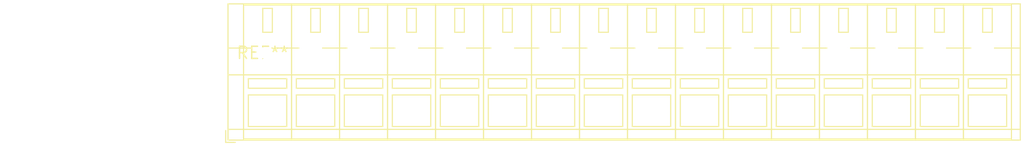
<source format=kicad_pcb>
(kicad_pcb (version 20240108) (generator pcbnew)
  (layers (0 "F.Cu" signal) (31 "B.Cu" signal) (34 "B.Paste" user) (35 "F.Paste" user) (36 "B.SilkS" user "B.Silkscreen") (37 "F.SilkS" user "F.Silkscreen") (38 "B.Mask" user) (39 "F.Mask" user) (44 "Edge.Cuts" user))
  (net 0 "")
  (footprint "TerminalBlock_WAGO_236-116_1x16_P5.00mm_45Degree" (layer "F.Cu") (at 0 0)
    (property "Reference" "REF**")
    (property "Value" "TerminalBlock_WAGO_236-116_1x16_P5.00mm_45Degree")
    (fp_line (start -3.86 8.12) (end -3.86 9.36) (layer "F.SilkS") (stroke (width 0.12)))
    (fp_line (start -3.86 9.36) (end -2.86 9.36) (layer "F.SilkS") (stroke (width 0.12)))
    (fp_line (start -3.62 -5.12) (end -3.62 9.12) (layer "F.SilkS") (stroke (width 0.12)))
    (fp_line (start -3.62 -5.12) (end 78.92 -5.12) (layer "F.SilkS") (stroke (width 0.12)))
    (fp_line (start -3.62 -0.5) (end -1.23 -0.5) (layer "F.SilkS") (stroke (width 0.12)))
    (fp_line (start -3.62 2.3) (end 78.92 2.3) (layer "F.SilkS") (stroke (width 0.12)))
    (fp_line (start -3.62 8) (end 78.92 8) (layer "F.SilkS") (stroke (width 0.12)))
    (fp_line (start -3.62 9.12) (end 78.92 9.12) (layer "F.SilkS") (stroke (width 0.12)))
    (fp_line (start -2 -5) (end -2 9) (layer "F.SilkS") (stroke (width 0.12)))
    (fp_line (start -2 -5) (end 3 -5) (layer "F.SilkS") (stroke (width 0.12)))
    (fp_line (start -2 9) (end 3 9) (layer "F.SilkS") (stroke (width 0.12)))
    (fp_line (start -1.5 2.7) (end -1.5 3.7) (layer "F.SilkS") (stroke (width 0.12)))
    (fp_line (start -1.5 2.7) (end 2.5 2.7) (layer "F.SilkS") (stroke (width 0.12)))
    (fp_line (start -1.5 3.7) (end 2.5 3.7) (layer "F.SilkS") (stroke (width 0.12)))
    (fp_line (start -1.5 4.4) (end -1.5 7.7) (layer "F.SilkS") (stroke (width 0.12)))
    (fp_line (start -1.5 4.4) (end 2.5 4.4) (layer "F.SilkS") (stroke (width 0.12)))
    (fp_line (start -1.5 7.7) (end 2.5 7.7) (layer "F.SilkS") (stroke (width 0.12)))
    (fp_line (start 0 -4.65) (end 0 -2.151) (layer "F.SilkS") (stroke (width 0.12)))
    (fp_line (start 0 -4.65) (end 1 -4.65) (layer "F.SilkS") (stroke (width 0.12)))
    (fp_line (start 0 -2.151) (end 1 -2.151) (layer "F.SilkS") (stroke (width 0.12)))
    (fp_line (start 1 -4.65) (end 1 -2.151) (layer "F.SilkS") (stroke (width 0.12)))
    (fp_line (start 1.23 -0.5) (end 3.77 -0.5) (layer "F.SilkS") (stroke (width 0.12)))
    (fp_line (start 2.5 2.7) (end 2.5 3.7) (layer "F.SilkS") (stroke (width 0.12)))
    (fp_line (start 2.5 4.4) (end 2.5 7.7) (layer "F.SilkS") (stroke (width 0.12)))
    (fp_line (start 3 -5) (end 3 9) (layer "F.SilkS") (stroke (width 0.12)))
    (fp_line (start 3 -5) (end 3 9) (layer "F.SilkS") (stroke (width 0.12)))
    (fp_line (start 3 -5) (end 8 -5) (layer "F.SilkS") (stroke (width 0.12)))
    (fp_line (start 3 9) (end 8 9) (layer "F.SilkS") (stroke (width 0.12)))
    (fp_line (start 3.5 2.7) (end 3.5 3.7) (layer "F.SilkS") (stroke (width 0.12)))
    (fp_line (start 3.5 2.7) (end 7.5 2.7) (layer "F.SilkS") (stroke (width 0.12)))
    (fp_line (start 3.5 3.7) (end 7.5 3.7) (layer "F.SilkS") (stroke (width 0.12)))
    (fp_line (start 3.5 4.4) (end 3.5 7.7) (layer "F.SilkS") (stroke (width 0.12)))
    (fp_line (start 3.5 4.4) (end 7.5 4.4) (layer "F.SilkS") (stroke (width 0.12)))
    (fp_line (start 3.5 7.7) (end 7.5 7.7) (layer "F.SilkS") (stroke (width 0.12)))
    (fp_line (start 5 -4.65) (end 5 -2.151) (layer "F.SilkS") (stroke (width 0.12)))
    (fp_line (start 5 -4.65) (end 6 -4.65) (layer "F.SilkS") (stroke (width 0.12)))
    (fp_line (start 5 -2.151) (end 6 -2.151) (layer "F.SilkS") (stroke (width 0.12)))
    (fp_line (start 6 -4.65) (end 6 -2.151) (layer "F.SilkS") (stroke (width 0.12)))
    (fp_line (start 6.23 -0.5) (end 8.77 -0.5) (layer "F.SilkS") (stroke (width 0.12)))
    (fp_line (start 7.5 2.7) (end 7.5 3.7) (layer "F.SilkS") (stroke (width 0.12)))
    (fp_line (start 7.5 4.4) (end 7.5 7.7) (layer "F.SilkS") (stroke (width 0.12)))
    (fp_line (start 8 -5) (end 8 9) (layer "F.SilkS") (stroke (width 0.12)))
    (fp_line (start 8 -5) (end 8 9) (layer "F.SilkS") (stroke (width 0.12)))
    (fp_line (start 8 -5) (end 13 -5) (layer "F.SilkS") (stroke (width 0.12)))
    (fp_line (start 8 9) (end 13 9) (layer "F.SilkS") (stroke (width 0.12)))
    (fp_line (start 8.5 2.7) (end 8.5 3.7) (layer "F.SilkS") (stroke (width 0.12)))
    (fp_line (start 8.5 2.7) (end 12.5 2.7) (layer "F.SilkS") (stroke (width 0.12)))
    (fp_line (start 8.5 3.7) (end 12.5 3.7) (layer "F.SilkS") (stroke (width 0.12)))
    (fp_line (start 8.5 4.4) (end 8.5 7.7) (layer "F.SilkS") (stroke (width 0.12)))
    (fp_line (start 8.5 4.4) (end 12.5 4.4) (layer "F.SilkS") (stroke (width 0.12)))
    (fp_line (start 8.5 7.7) (end 12.5 7.7) (layer "F.SilkS") (stroke (width 0.12)))
    (fp_line (start 10 -4.65) (end 10 -2.151) (layer "F.SilkS") (stroke (width 0.12)))
    (fp_line (start 10 -4.65) (end 11 -4.65) (layer "F.SilkS") (stroke (width 0.12)))
    (fp_line (start 10 -2.151) (end 11 -2.151) (layer "F.SilkS") (stroke (width 0.12)))
    (fp_line (start 11 -4.65) (end 11 -2.151) (layer "F.SilkS") (stroke (width 0.12)))
    (fp_line (start 11.23 -0.5) (end 13.77 -0.5) (layer "F.SilkS") (stroke (width 0.12)))
    (fp_line (start 12.5 2.7) (end 12.5 3.7) (layer "F.SilkS") (stroke (width 0.12)))
    (fp_line (start 12.5 4.4) (end 12.5 7.7) (layer "F.SilkS") (stroke (width 0.12)))
    (fp_line (start 13 -5) (end 13 9) (layer "F.SilkS") (stroke (width 0.12)))
    (fp_line (start 13 -5) (end 13 9) (layer "F.SilkS") (stroke (width 0.12)))
    (fp_line (start 13 -5) (end 18 -5) (layer "F.SilkS") (stroke (width 0.12)))
    (fp_line (start 13 9) (end 18 9) (layer "F.SilkS") (stroke (width 0.12)))
    (fp_line (start 13.5 2.7) (end 13.5 3.7) (layer "F.SilkS") (stroke (width 0.12)))
    (fp_line (start 13.5 2.7) (end 17.5 2.7) (layer "F.SilkS") (stroke (width 0.12)))
    (fp_line (start 13.5 3.7) (end 17.5 3.7) (layer "F.SilkS") (stroke (width 0.12)))
    (fp_line (start 13.5 4.4) (end 13.5 7.7) (layer "F.SilkS") (stroke (width 0.12)))
    (fp_line (start 13.5 4.4) (end 17.5 4.4) (layer "F.SilkS") (stroke (width 0.12)))
    (fp_line (start 13.5 7.7) (end 17.5 7.7) (layer "F.SilkS") (stroke (width 0.12)))
    (fp_line (start 15 -4.65) (end 15 -2.151) (layer "F.SilkS") (stroke (width 0.12)))
    (fp_line (start 15 -4.65) (end 16 -4.65) (layer "F.SilkS") (stroke (width 0.12)))
    (fp_line (start 15 -2.151) (end 16 -2.151) (layer "F.SilkS") (stroke (width 0.12)))
    (fp_line (start 16 -4.65) (end 16 -2.151) (layer "F.SilkS") (stroke (width 0.12)))
    (fp_line (start 16.23 -0.5) (end 18.77 -0.5) (layer "F.SilkS") (stroke (width 0.12)))
    (fp_line (start 17.5 2.7) (end 17.5 3.7) (layer "F.SilkS") (stroke (width 0.12)))
    (fp_line (start 17.5 4.4) (end 17.5 7.7) (layer "F.SilkS") (stroke (width 0.12)))
    (fp_line (start 18 -5) (end 18 9) (layer "F.SilkS") (stroke (width 0.12)))
    (fp_line (start 18 -5) (end 18 9) (layer "F.SilkS") (stroke (width 0.12)))
    (fp_line (start 18 -5) (end 23 -5) (layer "F.SilkS") (stroke (width 0.12)))
    (fp_line (start 18 9) (end 23 9) (layer "F.SilkS") (stroke (width 0.12)))
    (fp_line (start 18.5 2.7) (end 18.5 3.7) (layer "F.SilkS") (stroke (width 0.12)))
    (fp_line (start 18.5 2.7) (end 22.5 2.7) (layer "F.SilkS") (stroke (width 0.12)))
    (fp_line (start 18.5 3.7) (end 22.5 3.7) (layer "F.SilkS") (stroke (width 0.12)))
    (fp_line (start 18.5 4.4) (end 18.5 7.7) (layer "F.SilkS") (stroke (width 0.12)))
    (fp_line (start 18.5 4.4) (end 22.5 4.4) (layer "F.SilkS") (stroke (width 0.12)))
    (fp_line (start 18.5 7.7) (end 22.5 7.7) (layer "F.SilkS") (stroke (width 0.12)))
    (fp_line (start 20 -4.65) (end 20 -2.151) (layer "F.SilkS") (stroke (width 0.12)))
    (fp_line (start 20 -4.65) (end 21 -4.65) (layer "F.SilkS") (stroke (width 0.12)))
    (fp_line (start 20 -2.151) (end 21 -2.151) (layer "F.SilkS") (stroke (width 0.12)))
    (fp_line (start 21 -4.65) (end 21 -2.151) (layer "F.SilkS") (stroke (width 0.12)))
    (fp_line (start 21.23 -0.5) (end 23.77 -0.5) (layer "F.SilkS") (stroke (width 0.12)))
    (fp_line (start 22.5 2.7) (end 22.5 3.7) (layer "F.SilkS") (stroke (width 0.12)))
    (fp_line (start 22.5 4.4) (end 22.5 7.7) (layer "F.SilkS") (stroke (width 0.12)))
    (fp_line (start 23 -5) (end 23 9) (layer "F.SilkS") (stroke (width 0.12)))
    (fp_line (start 23 -5) (end 23 9) (layer "F.SilkS") (stroke (width 0.12)))
    (fp_line (start 23 -5) (end 28 -5) (layer "F.SilkS") (stroke (width 0.12)))
    (fp_line (start 23 9) (end 28 9) (layer "F.SilkS") (stroke (width 0.12)))
    (fp_line (start 23.5 2.7) (end 23.5 3.7) (layer "F.SilkS") (stroke (width 0.12)))
    (fp_line (start 23.5 2.7) (end 27.5 2.7) (layer "F.SilkS") (stroke (width 0.12)))
    (fp_line (start 23.5 3.7) (end 27.5 3.7) (layer "F.SilkS") (stroke (width 0.12)))
    (fp_line (start 23.5 4.4) (end 23.5 7.7) (layer "F.SilkS") (stroke (width 0.12)))
    (fp_line (start 23.5 4.4) (end 27.5 4.4) (layer "F.SilkS") (stroke (width 0.12)))
    (fp_line (start 23.5 7.7) (end 27.5 7.7) (layer "F.SilkS") (stroke (width 0.12)))
    (fp_line (start 25 -4.65) (end 25 -2.151) (layer "F.SilkS") (stroke (width 0.12)))
    (fp_line (start 25 -4.65) (end 26 -4.65) (layer "F.SilkS") (stroke (width 0.12)))
    (fp_line (start 25 -2.151) (end 26 -2.151) (layer "F.SilkS") (stroke (width 0.12)))
    (fp_line (start 26 -4.65) (end 26 -2.151) (layer "F.SilkS") (stroke (width 0.12)))
    (fp_line (start 26.23 -0.5) (end 28.77 -0.5) (layer "F.SilkS") (stroke (width 0.12)))
    (fp_line (start 27.5 2.7) (end 27.5 3.7) (layer "F.SilkS") (stroke (width 0.12)))
    (fp_line (start 27.5 4.4) (end 27.5 7.7) (layer "F.SilkS") (stroke (width 0.12)))
    (fp_line (start 28 -5) (end 28 9) (layer "F.SilkS") (stroke (width 0.12)))
    (fp_line (start 28 -5) (end 28 9) (layer "F.SilkS") (stroke (width 0.12)))
    (fp_line (start 28 -5) (end 33 -5) (layer "F.SilkS") (stroke (width 0.12)))
    (fp_line (start 28 9) (end 33 9) (layer "F.SilkS") (stroke (width 0.12)))
    (fp_line (start 28.5 2.7) (end 28.5 3.7) (layer "F.SilkS") (stroke (width 0.12)))
    (fp_line (start 28.5 2.7) (end 32.5 2.7) (layer "F.SilkS") (stroke (width 0.12)))
    (fp_line (start 28.5 3.7) (end 32.5 3.7) (layer "F.SilkS") (stroke (width 0.12)))
    (fp_line (start 28.5 4.4) (end 28.5 7.7) (layer "F.SilkS") (stroke (width 0.12)))
    (fp_line (start 28.5 4.4) (end 32.5 4.4) (layer "F.SilkS") (stroke (width 0.12)))
    (fp_line (start 28.5 7.7) (end 32.5 7.7) (layer "F.SilkS") (stroke (width 0.12)))
    (fp_line (start 30 -4.65) (end 30 -2.151) (layer "F.SilkS") (stroke (width 0.12)))
    (fp_line (start 30 -4.65) (end 31 -4.65) (layer "F.SilkS") (stroke (width 0.12)))
    (fp_line (start 30 -2.151) (end 31 -2.151) (layer "F.SilkS") (stroke (width 0.12)))
    (fp_line (start 31 -4.65) (end 31 -2.151) (layer "F.SilkS") (stroke (width 0.12)))
    (fp_line (start 31.23 -0.5) (end 33.77 -0.5) (layer "F.SilkS") (stroke (width 0.12)))
    (fp_line (start 32.5 2.7) (end 32.5 3.7) (layer "F.SilkS") (stroke (width 0.12)))
    (fp_line (start 32.5 4.4) (end 32.5 7.7) (layer "F.SilkS") (stroke (width 0.12)))
    (fp_line (start 33 -5) (end 33 9) (layer "F.SilkS") (stroke (width 0.12)))
    (fp_line (start 33 -5) (end 33 9) (layer "F.SilkS") (stroke (width 0.12)))
    (fp_line (start 33 -5) (end 38 -5) (layer "F.SilkS") (stroke (width 0.12)))
    (fp_line (start 33 9) (end 38 9) (layer "F.SilkS") (stroke (width 0.12)))
    (fp_line (start 33.5 2.7) (end 33.5 3.7) (layer "F.SilkS") (stroke (width 0.12)))
    (fp_line (start 33.5 2.7) (end 37.5 2.7) (layer "F.SilkS") (stroke (width 0.12)))
    (fp_line (start 33.5 3.7) (end 37.5 3.7) (layer "F.SilkS") (stroke (width 0.12)))
    (fp_line (start 33.5 4.4) (end 33.5 7.7) (layer "F.SilkS") (stroke (width 0.12)))
    (fp_line (start 33.5 4.4) (end 37.5 4.4) (layer "F.SilkS") (stroke (width 0.12)))
    (fp_line (start 33.5 7.7) (end 37.5 7.7) (layer "F.SilkS") (stroke (width 0.12)))
    (fp_line (start 35 -4.65) (end 35 -2.151) (layer "F.SilkS") (stroke (width 0.12)))
    (fp_line (start 35 -4.65) (end 36 -4.65) (layer "F.SilkS") (stroke (width 0.12)))
    (fp_line (start 35 -2.151) (end 36 -2.151) (layer "F.SilkS") (stroke (width 0.12)))
    (fp_line (start 36 -4.65) (end 36 -2.151) (layer "F.SilkS") (stroke (width 0.12)))
    (fp_line (start 36.23 -0.5) (end 38.77 -0.5) (layer "F.SilkS") (stroke (width 0.12)))
    (fp_line (start 37.5 2.7) (end 37.5 3.7) (layer "F.SilkS") (stroke (width 0.12)))
    (fp_line (start 37.5 4.4) (end 37.5 7.7) (layer "F.SilkS") (stroke (width 0.12)))
    (fp_line (start 38 -5) (end 38 9) (layer "F.SilkS") (stroke (width 0.12)))
    (fp_line (start 38 -5) (end 38 9) (layer "F.SilkS") (stroke (width 0.12)))
    (fp_line (start 38 -5) (end 43 -5) (layer "F.SilkS") (stroke (width 0.12)))
    (fp_line (start 38 9) (end 43 9) (layer "F.SilkS") (stroke (width 0.12)))
    (fp_line (start 38.5 2.7) (end 38.5 3.7) (layer "F.SilkS") (stroke (width 0.12)))
    (fp_line (start 38.5 2.7) (end 42.5 2.7) (layer "F.SilkS") (stroke (width 0.12)))
    (fp_line (start 38.5 3.7) (end 42.5 3.7) (layer "F.SilkS") (stroke (width 0.12)))
    (fp_line (start 38.5 4.4) (end 38.5 7.7) (layer "F.SilkS") (stroke (width 0.12)))
    (fp_line (start 38.5 4.4) (end 42.5 4.4) (layer "F.SilkS") (stroke (width 0.12)))
    (fp_line (start 38.5 7.7) (end 42.5 7.7) (layer "F.SilkS") (stroke (width 0.12)))
    (fp_line (start 40 -4.65) (end 40 -2.151) (layer "F.SilkS") (stroke (width 0.12)))
    (fp_line (start 40 -4.65) (end 41 -4.65) (layer "F.SilkS") (stroke (width 0.12)))
    (fp_line (start 40 -2.151) (end 41 -2.151) (layer "F.SilkS") (stroke (width 0.12)))
    (fp_line (start 41 -4.65) (end 41 -2.151) (layer "F.SilkS") (stroke (width 0.12)))
    (fp_line (start 41.23 -0.5) (end 43.77 -0.5) (layer "F.SilkS") (stroke (width 0.12)))
    (fp_line (start 42.5 2.7) (end 42.5 3.7) (layer "F.SilkS") (stroke (width 0.12)))
    (fp_line (start 42.5 4.4) (end 42.5 7.7) (layer "F.SilkS") (stroke (width 0.12)))
    (fp_line (start 43 -5) (end 43 9) (layer "F.SilkS") (stroke (width 0.12)))
    (fp_line (start 43 -5) (end 43 9) (layer "F.SilkS") (stroke (width 0.12)))
    (fp_line (start 43 -5) (end 48 -5) (layer "F.SilkS") (stroke (width 0.12)))
    (fp_line (start 43 9) (end 48 9) (layer "F.SilkS") (stroke (width 0.12)))
    (fp_line (start 43.5 2.7) (end 43.5 3.7) (layer "F.SilkS") (stroke (width 0.12)))
    (fp_line (start 43.5 2.7) (end 47.5 2.7) (layer "F.SilkS") (stroke (width 0.12)))
    (fp_line (start 43.5 3.7) (end 47.5 3.7) (layer "F.SilkS") (stroke (width 0.12)))
    (fp_line (start 43.5 4.4) (end 43.5 7.7) (layer "F.SilkS") (stroke (width 0.12)))
    (fp_line (start 43.5 4.4) (end 47.5 4.4) (layer "F.SilkS") (stroke (width 0.12)))
    (fp_line (start 43.5 7.7) (end 47.5 7.7) (layer "F.SilkS") (stroke (width 0.12)))
    (fp_line (start 45 -4.65) (end 45 -2.151) (layer "F.SilkS") (stroke (width 0.12)))
    (fp_line (start 45 -4.65) (end 46 -4.65) (layer "F.SilkS") (stroke (width 0.12)))
    (fp_line (start 45 -2.151) (end 46 -2.151) (layer "F.SilkS") (stroke (width 0.12)))
    (fp_line (start 46 -4.65) (end 46 -2.151) (layer "F.SilkS") (stroke (width 0.12)))
    (fp_line (start 46.23 -0.5) (end 48.77 -0.5) (layer "F.SilkS") (stroke (width 0.12)))
    (fp_line (start 47.5 2.7) (end 47.5 3.7) (layer "F.SilkS") (stroke (width 0.12)))
    (fp_line (start 47.5 4.4) (end 47.5 7.7) (layer "F.SilkS") (stroke (width 0.12)))
    (fp_line (start 48 -5) (end 48 9) (layer "F.SilkS") (stroke (width 0.12)))
    (fp_line (start 48 -5) (end 48 9) (layer "F.SilkS") (stroke (width 0.12)))
    (fp_line (start 48 -5) (end 53 -5) (layer "F.SilkS") (stroke (width 0.12)))
    (fp_line (start 48 9) (end 53 9) (layer "F.SilkS") (stroke (width 0.12)))
    (fp_line (start 48.5 2.7) (end 48.5 3.7) (layer "F.SilkS") (stroke (width 0.12)))
    (fp_line (start 48.5 2.7) (end 52.5 2.7) (layer "F.SilkS") (stroke (width 0.12)))
    (fp_line (start 48.5 3.7) (end 52.5 3.7) (layer "F.SilkS") (stroke (width 0.12)))
    (fp_line (start 48.5 4.4) (end 48.5 7.7) (layer "F.SilkS") (stroke (width 0.12)))
    (fp_line (start 48.5 4.4) (end 52.5 4.4) (layer "F.SilkS") (stroke (width 0.12)))
    (fp_line (start 48.5 7.7) (end 52.5 7.7) (layer "F.SilkS") (stroke (width 0.12)))
    (fp_line (start 50 -4.65) (end 50 -2.151) (layer "F.SilkS") (stroke (width 0.12)))
    (fp_line (start 50 -4.65) (end 51 -4.65) (layer "F.SilkS") (stroke (width 0.12)))
    (fp_line (start 50 -2.151) (end 51 -2.151) (layer "F.SilkS") (stroke (width 0.12)))
    (fp_line (start 51 -4.65) (end 51 -2.151) (layer "F.SilkS") (stroke (width 0.12)))
    (fp_line (start 51.23 -0.5) (end 53.77 -0.5) (layer "F.SilkS") (stroke (width 0.12)))
    (fp_line (start 52.5 2.7) (end 52.5 3.7) (layer "F.SilkS") (stroke (width 0.12)))
    (fp_line (start 52.5 4.4) (end 52.5 7.7) (layer "F.SilkS") (stroke (width 0.12)))
    (fp_line (start 53 -5) (end 53 9) (layer "F.SilkS") (stroke (width 0.12)))
    (fp_line (start 53 -5) (end 53 9) (layer "F.SilkS") (stroke (width 0.12)))
    (fp_line (start 53 -5) (end 58 -5) (layer "F.SilkS") (stroke (width 0.12)))
    (fp_line (start 53 9) (end 58 9) (layer "F.SilkS") (stroke (width 0.12)))
    (fp_line (start 53.5 2.7) (end 53.5 3.7) (layer "F.SilkS") (stroke (width 0.12)))
    (fp_line (start 53.5 2.7) (end 57.5 2.7) (layer "F.SilkS") (stroke (width 0.12)))
    (fp_line (start 53.5 3.7) (end 57.5 3.7) (layer "F.SilkS") (stroke (width 0.12)))
    (fp_line (start 53.5 4.4) (end 53.5 7.7) (layer "F.SilkS") (stroke (width 0.12)))
    (fp_line (start 53.5 4.4) (end 57.5 4.4) (layer "F.SilkS") (stroke (width 0.12)))
    (fp_line (start 53.5 7.7) (end 57.5 7.7) (layer "F.SilkS") (stroke (width 0.12)))
    (fp_line (start 55 -4.65) (end 55 -2.151) (layer "F.SilkS") (stroke (width 0.12)))
    (fp_line (start 55 -4.65) (end 56 -4.65) (layer "F.SilkS") (stroke (width 0.12)))
    (fp_line (start 55 -2.151) (end 56 -2.151) (layer "F.SilkS") (stroke (width 0.12)))
    (fp_line (start 56 -4.65) (end 56 -2.151) (layer "F.SilkS") (stroke (width 0.12)))
    (fp_line (start 56.23 -0.5) (end 58.77 -0.5) (layer "F.SilkS") (stroke (width 0.12)))
    (fp_line (start 57.5 2.7) (end 57.5 3.7) (layer "F.SilkS") (stroke (width 0.12)))
    (fp_line (start 57.5 4.4) (end 57.5 7.7) (layer "F.SilkS") (stroke (width 0.12)))
    (fp_line (start 58 -5) (end 58 9) (layer "F.SilkS") (stroke (width 0.12)))
    (fp_line (start 58 -5) (end 58 9) (layer "F.SilkS") (stroke (width 0.12)))
    (fp_line (start 58 -5) (end 63 -5) (layer "F.SilkS") (stroke (width 0.12)))
    (fp_line (start 58 9) (end 63 9) (layer "F.SilkS") (stroke (width 0.12)))
    (fp_line (start 58.5 2.7) (end 58.5 3.7) (layer "F.SilkS") (stroke (width 0.12)))
    (fp_line (start 58.5 2.7) (end 62.5 2.7) (layer "F.SilkS") (stroke (width 0.12)))
    (fp_line (start 58.5 3.7) (end 62.5 3.7) (layer "F.SilkS") (stroke (width 0.12)))
    (fp_line (start 58.5 4.4) (end 58.5 7.7) (layer "F.SilkS") (stroke (width 0.12)))
    (fp_line (start 58.5 4.4) (end 62.5 4.4) (layer "F.SilkS") (stroke (width 0.12)))
    (fp_line (start 58.5 7.7) (end 62.5 7.7) (layer "F.SilkS") (stroke (width 0.12)))
    (fp_line (start 60 -4.65) (end 60 -2.151) (layer "F.SilkS") (stroke (width 0.12)))
    (fp_line (start 60 -4.65) (end 61 -4.65) (layer "F.SilkS") (stroke (width 0.12)))
    (fp_line (start 60 -2.151) (end 61 -2.151) (layer "F.SilkS") (stroke (width 0.12)))
    (fp_line (start 61 -4.65) (end 61 -2.151) (layer "F.SilkS") (stroke (width 0.12)))
    (fp_line (start 61.23 -0.5) (end 63.77 -0.5) (layer "F.SilkS") (stroke (width 0.12)))
    (fp_line (start 62.5 2.7) (end 62.5 3.7) (layer "F.SilkS") (stroke (width 0.12)))
    (fp_line (start 62.5 4.4) (end 62.5 7.7) (layer "F.SilkS") (stroke (width 0.12)))
    (fp_line (start 63 -5) (end 63 9) (layer "F.SilkS") (stroke (width 0.12)))
    (fp_line (start 63 -5) (end 63 9) (layer "F.SilkS") (stroke (width 0.12)))
    (fp_line (start 63 -5) (end 68 -5) (layer "F.SilkS") (stroke (width 0.12)))
    (fp_line (start 63 9) (end 68 9) (layer "F.SilkS") (stroke (width 0.12)))
    (fp_line (start 63.5 2.7) (end 63.5 3.7) (layer "F.SilkS") (stroke (width 0.12)))
    (fp_line (start 63.5 2.7) (end 67.5 2.7) (layer "F.SilkS") (stroke (width 0.12)))
    (fp_line (start 63.5 3.7) (end 67.5 3.7) (layer "F.SilkS") (stroke (width 0.12)))
    (fp_line (start 63.5 4.4) (end 63.5 7.7) (layer "F.SilkS") (stroke (width 0.12)))
    (fp_line (start 63.5 4.4) (end 67.5 4.4) (layer "F.SilkS") (stroke (width 0.12)))
    (fp_line (start 63.5 7.7) (end 67.5 7.7) (layer "F.SilkS") (stroke (width 0.12)))
    (fp_line (start 65 -4.65) (end 65 -2.151) (layer "F.SilkS") (stroke (width 0.12)))
    (fp_line (start 65 -4.65) (end 66 -4.65) (layer "F.SilkS") (stroke (width 0.12)))
    (fp_line (start 65 -2.151) (end 66 -2.151) (layer "F.SilkS") (stroke (width 0.12)))
    (fp_line (start 66 -4.65) (end 66 -2.151) (layer "F.SilkS") (stroke (width 0.12)))
    (fp_line (start 66.23 -0.5) (end 68.77 -0.5) (layer "F.SilkS") (stroke (width 0.12)))
    (fp_line (start 67.5 2.7) (end 67.5 3.7) (layer "F.SilkS") (stroke (width 0.12)))
    (fp_line (start 67.5 4.4) (end 67.5 7.7) (layer "F.SilkS") (stroke (width 0.12)))
    (fp_line (start 68 -5) (end 68 9) (layer "F.SilkS") (stroke (width 0.12)))
    (fp_line (start 68 -5) (end 68 9) (layer "F.SilkS") (stroke (width 0.12)))
    (fp_line (start 68 -5) (end 73 -5) (layer "F.SilkS") (stroke (width 0.12)))
    (fp_line (start 68 9) (end 73 9) (layer "F.SilkS") (stroke (width 0.12)))
    (fp_line (start 68.5 2.7) (end 68.5 3.7) (layer "F.SilkS") (stroke (width 0.12)))
    (fp_line (start 68.5 2.7) (end 72.5 2.7) (layer "F.SilkS") (stroke (width 0.12)))
    (fp_line (start 68.5 3.7) (end 72.5 3.7) (layer "F.SilkS") (stroke (width 0.12)))
    (fp_line (start 68.5 4.4) (end 68.5 7.7) (layer "F.SilkS") (stroke (width 0.12)))
    (fp_line (start 68.5 4.4) (end 72.5 4.4) (layer "F.SilkS") (stroke (width 0.12)))
    (fp_line (start 68.5 7.7) (end 72.5 7.7) (layer "F.SilkS") (stroke (width 0.12)))
    (fp_line (start 70 -4.65) (end 70 -2.151) (layer "F.SilkS") (stroke (width 0.12)))
    (fp_line (start 70 -4.65) (end 71 -4.65) (layer "F.SilkS") (stroke (width 0.12)))
    (fp_line (start 70 -2.151) (end 71 -2.151) (layer "F.SilkS") (stroke (width 0.12)))
    (fp_line (start 71 -4.65) (end 71 -2.151) (layer "F.SilkS") (stroke (width 0.12)))
    (fp_line (start 71.23 -0.5) (end 73.77 -0.5) (layer "F.SilkS") (stroke (width 0.12)))
    (fp_line (start 72.5 2.7) (end 72.5 3.7) (layer "F.SilkS") (stroke (width 0.12)))
    (fp_line (start 72.5 4.4) (end 72.5 7.7) (layer "F.SilkS") (stroke (width 0.12)))
    (fp_line (start 73 -5) (end 73 9) (layer "F.SilkS") (stroke (width 0.12)))
    (fp_line (start 73 -5) (end 73 9) (layer "F.SilkS") (stroke (width 0.12)))
    (fp_line (start 73 -5) (end 78 -5) (layer "F.SilkS") (stroke (width 0.12)))
    (fp_line (start 73 9) (end 78 9) (layer "F.SilkS") (stroke (width 0.12)))
    (fp_line (start 73.5 2.7) (end 73.5 3.7) (layer "F.SilkS") (stroke (width 0.12)))
    (fp_line (start 73.5 2.7) (end 77.5 2.7) (layer "F.SilkS") (stroke (width 0.12)))
    (fp_line (start 73.5 3.7) (end 77.5 3.7) (layer "F.SilkS") (stroke (width 0.12)))
    (fp_line (start 73.5 4.4) (end 73.5 7.7) (layer "F.SilkS") (stroke (width 0.12)))
    (fp_line (start 73.5 4.4) (end 77.5 4.4) (layer "F.SilkS") (stroke (width 0.12)))
    (fp_line (start 73.5 7.7) (end 77.5 7.7) (layer "F.SilkS") (stroke (width 0.12)))
    (fp_line (start 75 -4.65) (end 75 -2.151) (layer "F.SilkS") (stroke (width 0.12)))
    (fp_line (start 75 -4.65) (end 76 -4.65) (layer "F.SilkS") (stroke (width 0.12)))
    (fp_line (start 75 -2.151) (end 76 -2.151) (layer "F.SilkS") (stroke (width 0.12)))
    (fp_line (start 76 -4.65) (end 76 -2.151) (layer "F.SilkS") (stroke (width 0.12)))
    (fp_line (start 76.23 -0.5) (end 78.92 -0.5) (layer "F.SilkS") (stroke (width 0.12)))
    (fp_line (start 77.5 2.7) (end 77.5 3.7) (layer "F.SilkS") (stroke (width 0.12)))
    (fp_line (start 77.5 4.4) (end 77.5 7.7) (layer "F.SilkS") (stroke (width 0.12)))
    (fp_line (start 78 -5) (end 78 9) (layer "F.SilkS") (stroke (width 0.12)))
    (fp_line (start 78.92 -5.12) (end 78.92 9.12) (layer "F.SilkS") (stroke (width 0.12)))
    (pad "1" thru_hole rect (at 0 0) (size 1.5 3) (drill 1.15) (layers *.Cu *.Mask) (remove_unused_layers))
    (pad "2" thru_hole oval (at 5 0) (size 1.5 3) (drill 1.15) (layers *.Cu *.Mask) (remove_unused_layers))
    (pad "3" thru_hole oval (at 10 0) (size 1.5 3) (drill 1.15) (layers *.Cu *.Mask) (remove_unused_layers))
    (pad "4" thru_hole oval (at 15 0) (size 1.5 3) (drill 1.15) (layers *.Cu *.Mask) (remove_unused_layers))
    (pad "5" thru_hole oval (at 20 0) (size 1.5 3) (drill 1.15) (layers *.Cu *.Mask) (remove_unused_layers))
    (pad "6" thru_hole oval (at 25 0) (size 1.5 3) (drill 1.15) (layers *.Cu *.Mask) (remove_unused_layers))
    (pad "7" thru_hole oval (at 30 0) (size 1.5 3) (drill 1.15) (layers *.Cu *.Mask) (remove_unused_layers))
    (pad "8" thru_hole oval (at 35 0) (size 1.5 3) (drill 1.15) (layers *.Cu *.Mask) (remove_unused_layers))
    (pad "9" thru_hole oval (at 40 0) (size 1.5 3) (drill 1.15) (layers *.Cu *.Mask) (remove_unused_layers))
    (pad "10" thru_hole oval (at 45 0) (size 1.5 3) (drill 1.15) (layers *.Cu *.Mask) (remove_unused_layers))
    (pad "11" thru_hole oval (at 50 0) (size 1.5 3) (drill 1.15) (layers *.Cu *.Mask) (remove_unused_layers))
    (pad "12" thru_hole oval (at 55 0) (size 1.5 3) (drill 1.15) (layers *.Cu *.Mask) (remove_unused_layers))
    (pad "13" thru_hole oval (at 60 0) (size 1.5 3) (drill 1.15) (layers *.Cu *.Mask) (remove_unused_layers))
    (pad "14" thru_hole oval (at 65 0) (size 1.5 3) (drill 1.15) (layers *.Cu *.Mask) (remove_unused_layers))
    (pad "15" thru_hole oval (at 70 0) (size 1.5 3) (drill 1.15) (layers *.Cu *.Mask) (remove_unused_layers))
    (pad "16" thru_hole oval (at 75 0) (size 1.5 3) (drill 1.15) (layers *.Cu *.Mask) (remove_unused_layers))
  )
)
</source>
